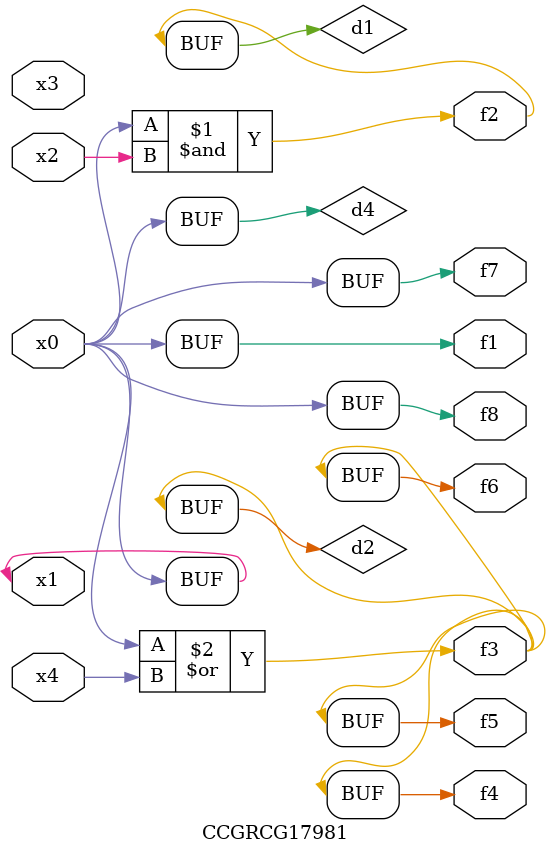
<source format=v>
module CCGRCG17981(
	input x0, x1, x2, x3, x4,
	output f1, f2, f3, f4, f5, f6, f7, f8
);

	wire d1, d2, d3, d4;

	and (d1, x0, x2);
	or (d2, x0, x4);
	nand (d3, x0, x2);
	buf (d4, x0, x1);
	assign f1 = d4;
	assign f2 = d1;
	assign f3 = d2;
	assign f4 = d2;
	assign f5 = d2;
	assign f6 = d2;
	assign f7 = d4;
	assign f8 = d4;
endmodule

</source>
